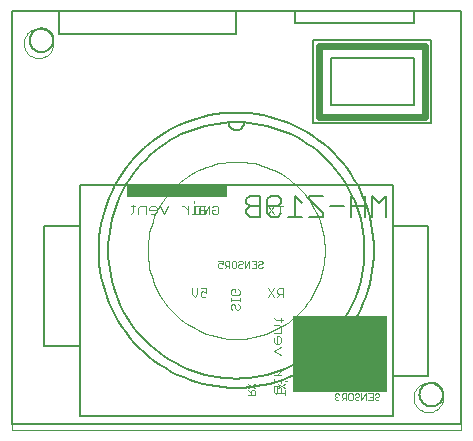
<source format=gbo>
G75*
G70*
%OFA0B0*%
%FSLAX24Y24*%
%IPPOS*%
%LPD*%
%AMOC8*
5,1,8,0,0,1.08239X$1,22.5*
%
%ADD10C,0.0000*%
%ADD11C,0.0020*%
%ADD12C,0.0050*%
%ADD13C,0.0236*%
%ADD14R,0.3150X0.2559*%
%ADD15R,0.3346X0.0394*%
%ADD16C,0.0030*%
%ADD17C,0.0060*%
%ADD18C,0.0039*%
D10*
X000160Y000160D02*
X000160Y014136D01*
X015121Y014136D01*
X015121Y000160D01*
X000160Y000160D01*
X000559Y013069D02*
X000561Y013113D01*
X000567Y013157D01*
X000577Y013200D01*
X000590Y013242D01*
X000608Y013282D01*
X000629Y013321D01*
X000653Y013358D01*
X000680Y013393D01*
X000711Y013425D01*
X000744Y013454D01*
X000780Y013480D01*
X000818Y013502D01*
X000858Y013521D01*
X000899Y013537D01*
X000942Y013549D01*
X000985Y013557D01*
X001029Y013561D01*
X001073Y013561D01*
X001117Y013557D01*
X001160Y013549D01*
X001203Y013537D01*
X001244Y013521D01*
X001284Y013502D01*
X001322Y013480D01*
X001358Y013454D01*
X001391Y013425D01*
X001422Y013393D01*
X001449Y013358D01*
X001473Y013321D01*
X001494Y013282D01*
X001512Y013242D01*
X001525Y013200D01*
X001535Y013157D01*
X001541Y013113D01*
X001543Y013069D01*
X001541Y013025D01*
X001535Y012981D01*
X001525Y012938D01*
X001512Y012896D01*
X001494Y012856D01*
X001473Y012817D01*
X001449Y012780D01*
X001422Y012745D01*
X001391Y012713D01*
X001358Y012684D01*
X001322Y012658D01*
X001284Y012636D01*
X001244Y012617D01*
X001203Y012601D01*
X001160Y012589D01*
X001117Y012581D01*
X001073Y012577D01*
X001029Y012577D01*
X000985Y012581D01*
X000942Y012589D01*
X000899Y012601D01*
X000858Y012617D01*
X000818Y012636D01*
X000780Y012658D01*
X000744Y012684D01*
X000711Y012713D01*
X000680Y012745D01*
X000653Y012780D01*
X000629Y012817D01*
X000608Y012856D01*
X000590Y012896D01*
X000577Y012938D01*
X000567Y012981D01*
X000561Y013025D01*
X000559Y013069D01*
X013549Y001259D02*
X013551Y001303D01*
X013557Y001347D01*
X013567Y001390D01*
X013580Y001432D01*
X013598Y001472D01*
X013619Y001511D01*
X013643Y001548D01*
X013670Y001583D01*
X013701Y001615D01*
X013734Y001644D01*
X013770Y001670D01*
X013808Y001692D01*
X013848Y001711D01*
X013889Y001727D01*
X013932Y001739D01*
X013975Y001747D01*
X014019Y001751D01*
X014063Y001751D01*
X014107Y001747D01*
X014150Y001739D01*
X014193Y001727D01*
X014234Y001711D01*
X014274Y001692D01*
X014312Y001670D01*
X014348Y001644D01*
X014381Y001615D01*
X014412Y001583D01*
X014439Y001548D01*
X014463Y001511D01*
X014484Y001472D01*
X014502Y001432D01*
X014515Y001390D01*
X014525Y001347D01*
X014531Y001303D01*
X014533Y001259D01*
X014531Y001215D01*
X014525Y001171D01*
X014515Y001128D01*
X014502Y001086D01*
X014484Y001046D01*
X014463Y001007D01*
X014439Y000970D01*
X014412Y000935D01*
X014381Y000903D01*
X014348Y000874D01*
X014312Y000848D01*
X014274Y000826D01*
X014234Y000807D01*
X014193Y000791D01*
X014150Y000779D01*
X014107Y000771D01*
X014063Y000767D01*
X014019Y000767D01*
X013975Y000771D01*
X013932Y000779D01*
X013889Y000791D01*
X013848Y000807D01*
X013808Y000826D01*
X013770Y000848D01*
X013734Y000874D01*
X013701Y000903D01*
X013670Y000935D01*
X013643Y000970D01*
X013619Y001007D01*
X013598Y001046D01*
X013580Y001086D01*
X013567Y001128D01*
X013557Y001171D01*
X013551Y001215D01*
X013549Y001259D01*
D11*
X012402Y001213D02*
X012365Y001176D01*
X012292Y001176D01*
X012255Y001213D01*
X012255Y001249D01*
X012292Y001286D01*
X012365Y001286D01*
X012402Y001323D01*
X012402Y001359D01*
X012365Y001396D01*
X012292Y001396D01*
X012255Y001359D01*
X012181Y001396D02*
X012181Y001176D01*
X012034Y001176D01*
X011960Y001176D02*
X011960Y001396D01*
X011813Y001176D01*
X011813Y001396D01*
X011739Y001359D02*
X011739Y001323D01*
X011702Y001286D01*
X011629Y001286D01*
X011592Y001249D01*
X011592Y001213D01*
X011629Y001176D01*
X011702Y001176D01*
X011739Y001213D01*
X011739Y001359D02*
X011702Y001396D01*
X011629Y001396D01*
X011592Y001359D01*
X011518Y001359D02*
X011518Y001213D01*
X011481Y001176D01*
X011408Y001176D01*
X011371Y001213D01*
X011371Y001359D01*
X011408Y001396D01*
X011481Y001396D01*
X011518Y001359D01*
X011297Y001396D02*
X011297Y001176D01*
X011297Y001249D02*
X011187Y001249D01*
X011150Y001286D01*
X011150Y001359D01*
X011187Y001396D01*
X011297Y001396D01*
X011224Y001249D02*
X011150Y001176D01*
X011076Y001213D02*
X011039Y001176D01*
X010966Y001176D01*
X010929Y001213D01*
X010929Y001249D01*
X010966Y001286D01*
X011003Y001286D01*
X010966Y001286D02*
X010929Y001323D01*
X010929Y001359D01*
X010966Y001396D01*
X011039Y001396D01*
X011076Y001359D01*
X012034Y001396D02*
X012181Y001396D01*
X012181Y001286D02*
X012108Y001286D01*
X009248Y001351D02*
X009248Y001498D01*
X009248Y001424D02*
X009028Y001424D01*
X009028Y001572D02*
X009248Y001719D01*
X009248Y001572D02*
X009028Y001719D01*
X008264Y001719D02*
X008044Y001572D01*
X008044Y001498D02*
X008117Y001424D01*
X008117Y001461D02*
X008117Y001351D01*
X008044Y001351D02*
X008264Y001351D01*
X008264Y001461D01*
X008228Y001498D01*
X008154Y001498D01*
X008117Y001461D01*
X008264Y001572D02*
X008044Y001719D01*
X008074Y005583D02*
X008074Y005804D01*
X007927Y005583D01*
X007927Y005804D01*
X007853Y005767D02*
X007853Y005730D01*
X007816Y005693D01*
X007743Y005693D01*
X007706Y005657D01*
X007706Y005620D01*
X007743Y005583D01*
X007816Y005583D01*
X007853Y005620D01*
X007853Y005767D02*
X007816Y005804D01*
X007743Y005804D01*
X007706Y005767D01*
X007632Y005767D02*
X007632Y005620D01*
X007595Y005583D01*
X007522Y005583D01*
X007485Y005620D01*
X007485Y005767D01*
X007522Y005804D01*
X007595Y005804D01*
X007632Y005767D01*
X007411Y005804D02*
X007411Y005583D01*
X007411Y005657D02*
X007301Y005657D01*
X007264Y005693D01*
X007264Y005767D01*
X007301Y005804D01*
X007411Y005804D01*
X007338Y005657D02*
X007264Y005583D01*
X007190Y005620D02*
X007154Y005583D01*
X007080Y005583D01*
X007043Y005620D01*
X007043Y005693D01*
X007080Y005730D01*
X007117Y005730D01*
X007190Y005693D01*
X007190Y005804D01*
X007043Y005804D01*
X008148Y005804D02*
X008295Y005804D01*
X008295Y005583D01*
X008148Y005583D01*
X008222Y005693D02*
X008295Y005693D01*
X008369Y005657D02*
X008369Y005620D01*
X008406Y005583D01*
X008479Y005583D01*
X008516Y005620D01*
X008479Y005693D02*
X008406Y005693D01*
X008369Y005657D01*
X008369Y005767D02*
X008406Y005804D01*
X008479Y005804D01*
X008516Y005767D01*
X008516Y005730D01*
X008479Y005693D01*
D12*
X003368Y006164D02*
X003373Y006374D01*
X003389Y006583D01*
X003414Y006791D01*
X003450Y006997D01*
X003496Y007202D01*
X003552Y007404D01*
X003618Y007603D01*
X003693Y007799D01*
X003778Y007991D01*
X003872Y008178D01*
X003976Y008360D01*
X004088Y008537D01*
X004209Y008709D01*
X004338Y008874D01*
X004475Y009033D01*
X004619Y009185D01*
X004771Y009329D01*
X004930Y009466D01*
X005095Y009595D01*
X005267Y009716D01*
X005444Y009828D01*
X005626Y009932D01*
X005813Y010026D01*
X006005Y010111D01*
X006201Y010186D01*
X006400Y010252D01*
X006602Y010308D01*
X006807Y010354D01*
X007013Y010390D01*
X007221Y010415D01*
X007430Y010431D01*
X007640Y010436D01*
X007850Y010431D01*
X008059Y010415D01*
X008267Y010390D01*
X008473Y010354D01*
X008678Y010308D01*
X008880Y010252D01*
X009079Y010186D01*
X009275Y010111D01*
X009467Y010026D01*
X009654Y009932D01*
X009836Y009828D01*
X010013Y009716D01*
X010185Y009595D01*
X010350Y009466D01*
X010509Y009329D01*
X010661Y009185D01*
X010805Y009033D01*
X010942Y008874D01*
X011071Y008709D01*
X011192Y008537D01*
X011304Y008360D01*
X011408Y008178D01*
X011502Y007991D01*
X011587Y007799D01*
X011662Y007603D01*
X011728Y007404D01*
X011784Y007202D01*
X011830Y006997D01*
X011866Y006791D01*
X011891Y006583D01*
X011907Y006374D01*
X011912Y006164D01*
X011907Y005954D01*
X011891Y005745D01*
X011866Y005537D01*
X011830Y005331D01*
X011784Y005126D01*
X011728Y004924D01*
X011662Y004725D01*
X011587Y004529D01*
X011502Y004337D01*
X011408Y004150D01*
X011304Y003968D01*
X011192Y003791D01*
X011071Y003619D01*
X010942Y003454D01*
X010805Y003295D01*
X010661Y003143D01*
X010509Y002999D01*
X010350Y002862D01*
X010185Y002733D01*
X010013Y002612D01*
X009836Y002500D01*
X009654Y002396D01*
X009467Y002302D01*
X009275Y002217D01*
X009079Y002142D01*
X008880Y002076D01*
X008678Y002020D01*
X008473Y001974D01*
X008267Y001938D01*
X008059Y001913D01*
X007850Y001897D01*
X007640Y001892D01*
X007430Y001897D01*
X007221Y001913D01*
X007013Y001938D01*
X006807Y001974D01*
X006602Y002020D01*
X006400Y002076D01*
X006201Y002142D01*
X006005Y002217D01*
X005813Y002302D01*
X005626Y002396D01*
X005444Y002500D01*
X005267Y002612D01*
X005095Y002733D01*
X004930Y002862D01*
X004771Y002999D01*
X004619Y003143D01*
X004475Y003295D01*
X004338Y003454D01*
X004209Y003619D01*
X004088Y003791D01*
X003976Y003968D01*
X003872Y004150D01*
X003778Y004337D01*
X003693Y004529D01*
X003618Y004725D01*
X003552Y004924D01*
X003496Y005126D01*
X003450Y005331D01*
X003414Y005537D01*
X003389Y005745D01*
X003373Y005954D01*
X003368Y006164D01*
X002424Y006987D02*
X001227Y006987D01*
X001227Y002991D01*
X002412Y002991D01*
X002424Y000652D02*
X002424Y006987D01*
X002424Y008329D01*
X012857Y008329D01*
X012857Y006991D01*
X014034Y006991D01*
X014034Y001991D01*
X012861Y001991D01*
X013746Y001357D02*
X013748Y001396D01*
X013754Y001435D01*
X013764Y001473D01*
X013777Y001510D01*
X013794Y001545D01*
X013814Y001579D01*
X013838Y001610D01*
X013865Y001639D01*
X013894Y001665D01*
X013926Y001688D01*
X013960Y001708D01*
X013996Y001724D01*
X014033Y001736D01*
X014072Y001745D01*
X014111Y001750D01*
X014150Y001751D01*
X014189Y001748D01*
X014228Y001741D01*
X014265Y001730D01*
X014302Y001716D01*
X014337Y001698D01*
X014370Y001677D01*
X014401Y001652D01*
X014429Y001625D01*
X014454Y001595D01*
X014476Y001562D01*
X014495Y001528D01*
X014510Y001492D01*
X014522Y001454D01*
X014530Y001416D01*
X014534Y001377D01*
X014534Y001337D01*
X014530Y001298D01*
X014522Y001260D01*
X014510Y001222D01*
X014495Y001186D01*
X014476Y001152D01*
X014454Y001119D01*
X014429Y001089D01*
X014401Y001062D01*
X014370Y001037D01*
X014337Y001016D01*
X014302Y000998D01*
X014265Y000984D01*
X014228Y000973D01*
X014189Y000966D01*
X014150Y000963D01*
X014111Y000964D01*
X014072Y000969D01*
X014033Y000978D01*
X013996Y000990D01*
X013960Y001006D01*
X013926Y001026D01*
X013894Y001049D01*
X013865Y001075D01*
X013838Y001104D01*
X013814Y001135D01*
X013794Y001169D01*
X013777Y001204D01*
X013764Y001241D01*
X013754Y001279D01*
X013748Y001318D01*
X013746Y001357D01*
X012857Y000652D02*
X012857Y006991D01*
X014140Y010412D02*
X010203Y010412D01*
X010203Y013168D01*
X014140Y013168D01*
X014140Y010412D01*
X013550Y011003D02*
X013550Y012577D01*
X010794Y012577D01*
X010794Y011003D01*
X013550Y011003D01*
X013550Y013758D02*
X009613Y013758D01*
X009613Y014152D01*
X007644Y014152D02*
X007644Y013365D01*
X001739Y013365D01*
X001739Y014152D01*
X000754Y013168D02*
X000756Y013207D01*
X000762Y013246D01*
X000772Y013284D01*
X000785Y013321D01*
X000802Y013356D01*
X000822Y013390D01*
X000846Y013421D01*
X000873Y013450D01*
X000902Y013476D01*
X000934Y013499D01*
X000968Y013519D01*
X001004Y013535D01*
X001041Y013547D01*
X001080Y013556D01*
X001119Y013561D01*
X001158Y013562D01*
X001197Y013559D01*
X001236Y013552D01*
X001273Y013541D01*
X001310Y013527D01*
X001345Y013509D01*
X001378Y013488D01*
X001409Y013463D01*
X001437Y013436D01*
X001462Y013406D01*
X001484Y013373D01*
X001503Y013339D01*
X001518Y013303D01*
X001530Y013265D01*
X001538Y013227D01*
X001542Y013188D01*
X001542Y013148D01*
X001538Y013109D01*
X001530Y013071D01*
X001518Y013033D01*
X001503Y012997D01*
X001484Y012963D01*
X001462Y012930D01*
X001437Y012900D01*
X001409Y012873D01*
X001378Y012848D01*
X001345Y012827D01*
X001310Y012809D01*
X001273Y012795D01*
X001236Y012784D01*
X001197Y012777D01*
X001158Y012774D01*
X001119Y012775D01*
X001080Y012780D01*
X001041Y012789D01*
X001004Y012801D01*
X000968Y012817D01*
X000934Y012837D01*
X000902Y012860D01*
X000873Y012886D01*
X000846Y012915D01*
X000822Y012946D01*
X000802Y012980D01*
X000785Y013015D01*
X000772Y013052D01*
X000762Y013090D01*
X000756Y013129D01*
X000754Y013168D01*
X000164Y014152D02*
X000164Y000373D01*
X015125Y000373D01*
X015125Y014152D01*
X007644Y014152D01*
X000164Y014152D01*
X007390Y010414D02*
X007392Y010384D01*
X007397Y010354D01*
X007406Y010325D01*
X007419Y010298D01*
X007434Y010272D01*
X007453Y010248D01*
X007474Y010227D01*
X007498Y010208D01*
X007524Y010193D01*
X007551Y010180D01*
X007580Y010171D01*
X007610Y010166D01*
X007640Y010164D01*
X007670Y010166D01*
X007700Y010171D01*
X007729Y010180D01*
X007756Y010193D01*
X007782Y010208D01*
X007806Y010227D01*
X007827Y010248D01*
X007846Y010272D01*
X007861Y010298D01*
X007874Y010325D01*
X007883Y010354D01*
X007888Y010384D01*
X007890Y010414D01*
X003053Y006164D02*
X003059Y006389D01*
X003075Y006614D01*
X003103Y006837D01*
X003141Y007059D01*
X003190Y007279D01*
X003251Y007496D01*
X003321Y007709D01*
X003402Y007919D01*
X003493Y008125D01*
X003595Y008326D01*
X003706Y008522D01*
X003826Y008712D01*
X003956Y008896D01*
X004094Y009074D01*
X004241Y009244D01*
X004397Y009407D01*
X004560Y009563D01*
X004730Y009710D01*
X004908Y009848D01*
X005092Y009978D01*
X005282Y010098D01*
X005478Y010209D01*
X005679Y010311D01*
X005885Y010402D01*
X006095Y010483D01*
X006308Y010553D01*
X006525Y010614D01*
X006745Y010663D01*
X006967Y010701D01*
X007190Y010729D01*
X007415Y010745D01*
X007640Y010751D01*
X007865Y010745D01*
X008090Y010729D01*
X008313Y010701D01*
X008535Y010663D01*
X008755Y010614D01*
X008972Y010553D01*
X009185Y010483D01*
X009395Y010402D01*
X009601Y010311D01*
X009802Y010209D01*
X009998Y010098D01*
X010188Y009978D01*
X010372Y009848D01*
X010550Y009710D01*
X010720Y009563D01*
X010883Y009407D01*
X011039Y009244D01*
X011186Y009074D01*
X011324Y008896D01*
X011454Y008712D01*
X011574Y008522D01*
X011685Y008326D01*
X011787Y008125D01*
X011878Y007919D01*
X011959Y007709D01*
X012029Y007496D01*
X012090Y007279D01*
X012139Y007059D01*
X012177Y006837D01*
X012205Y006614D01*
X012221Y006389D01*
X012227Y006164D01*
X012221Y005939D01*
X012205Y005714D01*
X012177Y005491D01*
X012139Y005269D01*
X012090Y005049D01*
X012029Y004832D01*
X011959Y004619D01*
X011878Y004409D01*
X011787Y004203D01*
X011685Y004002D01*
X011574Y003806D01*
X011454Y003616D01*
X011324Y003432D01*
X011186Y003254D01*
X011039Y003084D01*
X010883Y002921D01*
X010720Y002765D01*
X010550Y002618D01*
X010372Y002480D01*
X010188Y002350D01*
X009998Y002230D01*
X009802Y002119D01*
X009601Y002017D01*
X009395Y001926D01*
X009185Y001845D01*
X008972Y001775D01*
X008755Y001714D01*
X008535Y001665D01*
X008313Y001627D01*
X008090Y001599D01*
X007865Y001583D01*
X007640Y001577D01*
X007415Y001583D01*
X007190Y001599D01*
X006967Y001627D01*
X006745Y001665D01*
X006525Y001714D01*
X006308Y001775D01*
X006095Y001845D01*
X005885Y001926D01*
X005679Y002017D01*
X005478Y002119D01*
X005282Y002230D01*
X005092Y002350D01*
X004908Y002480D01*
X004730Y002618D01*
X004560Y002765D01*
X004397Y002921D01*
X004241Y003084D01*
X004094Y003254D01*
X003956Y003432D01*
X003826Y003616D01*
X003706Y003806D01*
X003595Y004002D01*
X003493Y004203D01*
X003402Y004409D01*
X003321Y004619D01*
X003251Y004832D01*
X003190Y005049D01*
X003141Y005269D01*
X003103Y005491D01*
X003075Y005714D01*
X003059Y005939D01*
X003053Y006164D01*
X002424Y000652D02*
X012857Y000652D01*
X013550Y013758D02*
X013550Y014152D01*
D13*
X013943Y012971D02*
X013943Y010609D01*
X010400Y010609D01*
X010400Y012971D01*
X013943Y012971D01*
D14*
X011085Y002719D03*
D15*
X005672Y008132D03*
D16*
X005846Y007626D02*
X005908Y007626D01*
X006031Y007503D01*
X006031Y007626D02*
X006031Y007379D01*
X006153Y007379D02*
X006277Y007379D01*
X006300Y007360D02*
X006252Y007408D01*
X006252Y007602D01*
X006300Y007650D01*
X006445Y007650D01*
X006445Y007360D01*
X006300Y007360D01*
X006215Y007379D02*
X006215Y007626D01*
X006277Y007626D01*
X006398Y007564D02*
X006398Y007379D01*
X006583Y007379D01*
X006645Y007441D01*
X006583Y007503D01*
X006398Y007503D01*
X006398Y007564D02*
X006460Y007626D01*
X006583Y007626D01*
X006547Y007650D02*
X006547Y007360D01*
X006740Y007650D01*
X006740Y007360D01*
X006841Y007408D02*
X006841Y007505D01*
X006938Y007505D01*
X006841Y007408D02*
X006890Y007360D01*
X006986Y007360D01*
X007035Y007408D01*
X007035Y007602D01*
X006986Y007650D01*
X006890Y007650D01*
X006841Y007602D01*
X006215Y007750D02*
X006215Y007811D01*
X005356Y007626D02*
X005232Y007379D01*
X005109Y007626D01*
X004987Y007564D02*
X004926Y007626D01*
X004802Y007626D01*
X004741Y007564D01*
X004741Y007503D01*
X004987Y007503D01*
X004987Y007564D02*
X004987Y007441D01*
X004926Y007379D01*
X004802Y007379D01*
X004619Y007379D02*
X004619Y007626D01*
X004434Y007626D01*
X004372Y007564D01*
X004372Y007379D01*
X004189Y007441D02*
X004127Y007379D01*
X004189Y007441D02*
X004189Y007688D01*
X004251Y007626D02*
X004127Y007626D01*
X006153Y004894D02*
X006153Y004701D01*
X006250Y004604D01*
X006346Y004701D01*
X006346Y004894D01*
X006448Y004894D02*
X006641Y004894D01*
X006641Y004749D01*
X006544Y004798D01*
X006496Y004798D01*
X006448Y004749D01*
X006448Y004653D01*
X006496Y004604D01*
X006593Y004604D01*
X006641Y004653D01*
X007458Y004718D02*
X007458Y004815D01*
X007507Y004864D01*
X007604Y004864D01*
X007604Y004767D01*
X007700Y004864D02*
X007749Y004815D01*
X007749Y004718D01*
X007700Y004670D01*
X007507Y004670D01*
X007458Y004718D01*
X007458Y004570D02*
X007458Y004474D01*
X007458Y004522D02*
X007749Y004522D01*
X007749Y004474D02*
X007749Y004570D01*
X007700Y004372D02*
X007749Y004324D01*
X007749Y004227D01*
X007700Y004179D01*
X007652Y004179D01*
X007604Y004227D01*
X007604Y004324D01*
X007555Y004372D01*
X007507Y004372D01*
X007458Y004324D01*
X007458Y004227D01*
X007507Y004179D01*
X008712Y004604D02*
X008905Y004894D01*
X009007Y004846D02*
X009007Y004749D01*
X009055Y004701D01*
X009200Y004701D01*
X009103Y004701D02*
X009007Y004604D01*
X008905Y004604D02*
X008712Y004894D01*
X009007Y004846D02*
X009055Y004894D01*
X009200Y004894D01*
X009200Y004604D01*
X009132Y003907D02*
X009132Y003784D01*
X009194Y003846D02*
X008947Y003846D01*
X008885Y003907D01*
X008885Y003662D02*
X009070Y003662D01*
X009132Y003601D01*
X009132Y003415D01*
X008885Y003415D01*
X009009Y003294D02*
X009009Y003047D01*
X009070Y003047D02*
X008947Y003047D01*
X008885Y003109D01*
X008885Y003232D01*
X009009Y003294D02*
X009070Y003294D01*
X009132Y003232D01*
X009132Y003109D01*
X009070Y003047D01*
X009132Y002926D02*
X008885Y002802D01*
X009132Y002679D01*
X009132Y002189D02*
X009132Y002127D01*
X009009Y002004D01*
X009132Y002004D02*
X008885Y002004D01*
X008885Y001881D02*
X008885Y001758D01*
X008885Y001820D02*
X009132Y001820D01*
X009132Y001758D01*
X009070Y001637D02*
X008885Y001637D01*
X008885Y001451D01*
X008947Y001390D01*
X009009Y001451D01*
X009009Y001637D01*
X009070Y001637D02*
X009132Y001575D01*
X009132Y001451D01*
X009256Y001820D02*
X009317Y001820D01*
X009103Y007360D02*
X009103Y007650D01*
X009007Y007650D02*
X009200Y007650D01*
X008905Y007650D02*
X008712Y007360D01*
X008905Y007360D02*
X008712Y007650D01*
D17*
X008673Y007635D02*
X009023Y007635D01*
X009140Y007751D01*
X009140Y007868D01*
X009023Y007985D01*
X008790Y007985D01*
X008673Y007868D01*
X008673Y007401D01*
X008790Y007284D01*
X009023Y007284D01*
X009140Y007401D01*
X009373Y007284D02*
X009840Y007284D01*
X009606Y007284D02*
X009606Y007985D01*
X009840Y007751D01*
X010072Y007868D02*
X010072Y007985D01*
X010539Y007985D01*
X010772Y007635D02*
X011239Y007635D01*
X011472Y007635D02*
X011939Y007635D01*
X011939Y007985D02*
X011939Y007284D01*
X012172Y007284D02*
X012172Y007985D01*
X012405Y007751D01*
X012639Y007985D01*
X012639Y007284D01*
X011472Y007284D02*
X011472Y007985D01*
X010539Y007401D02*
X010539Y007284D01*
X010072Y007284D01*
X010539Y007401D02*
X010072Y007868D01*
X008440Y007985D02*
X008440Y007284D01*
X008090Y007284D01*
X007973Y007401D01*
X007973Y007518D01*
X008090Y007635D01*
X008440Y007635D01*
X008440Y007985D02*
X008090Y007985D01*
X007973Y007868D01*
X007973Y007751D01*
X008090Y007635D01*
D18*
X004687Y006164D02*
X004691Y006309D01*
X004701Y006453D01*
X004719Y006597D01*
X004744Y006740D01*
X004775Y006882D01*
X004814Y007021D01*
X004860Y007159D01*
X004912Y007294D01*
X004971Y007427D01*
X005036Y007556D01*
X005107Y007682D01*
X005185Y007805D01*
X005268Y007923D01*
X005357Y008037D01*
X005452Y008147D01*
X005552Y008252D01*
X005657Y008352D01*
X005767Y008447D01*
X005881Y008536D01*
X005999Y008619D01*
X006122Y008697D01*
X006248Y008768D01*
X006377Y008833D01*
X006510Y008892D01*
X006645Y008944D01*
X006783Y008990D01*
X006922Y009029D01*
X007064Y009060D01*
X007207Y009085D01*
X007351Y009103D01*
X007495Y009113D01*
X007640Y009117D01*
X007785Y009113D01*
X007929Y009103D01*
X008073Y009085D01*
X008216Y009060D01*
X008358Y009029D01*
X008497Y008990D01*
X008635Y008944D01*
X008770Y008892D01*
X008903Y008833D01*
X009032Y008768D01*
X009158Y008697D01*
X009281Y008619D01*
X009399Y008536D01*
X009513Y008447D01*
X009623Y008352D01*
X009728Y008252D01*
X009828Y008147D01*
X009923Y008037D01*
X010012Y007923D01*
X010095Y007805D01*
X010173Y007682D01*
X010244Y007556D01*
X010309Y007427D01*
X010368Y007294D01*
X010420Y007159D01*
X010466Y007021D01*
X010505Y006882D01*
X010536Y006740D01*
X010561Y006597D01*
X010579Y006453D01*
X010589Y006309D01*
X010593Y006164D01*
X010589Y006019D01*
X010579Y005875D01*
X010561Y005731D01*
X010536Y005588D01*
X010505Y005446D01*
X010466Y005307D01*
X010420Y005169D01*
X010368Y005034D01*
X010309Y004901D01*
X010244Y004772D01*
X010173Y004646D01*
X010095Y004523D01*
X010012Y004405D01*
X009923Y004291D01*
X009828Y004181D01*
X009728Y004076D01*
X009623Y003976D01*
X009513Y003881D01*
X009399Y003792D01*
X009281Y003709D01*
X009158Y003631D01*
X009032Y003560D01*
X008903Y003495D01*
X008770Y003436D01*
X008635Y003384D01*
X008497Y003338D01*
X008358Y003299D01*
X008216Y003268D01*
X008073Y003243D01*
X007929Y003225D01*
X007785Y003215D01*
X007640Y003211D01*
X007495Y003215D01*
X007351Y003225D01*
X007207Y003243D01*
X007064Y003268D01*
X006922Y003299D01*
X006783Y003338D01*
X006645Y003384D01*
X006510Y003436D01*
X006377Y003495D01*
X006248Y003560D01*
X006122Y003631D01*
X005999Y003709D01*
X005881Y003792D01*
X005767Y003881D01*
X005657Y003976D01*
X005552Y004076D01*
X005452Y004181D01*
X005357Y004291D01*
X005268Y004405D01*
X005185Y004523D01*
X005107Y004646D01*
X005036Y004772D01*
X004971Y004901D01*
X004912Y005034D01*
X004860Y005169D01*
X004814Y005307D01*
X004775Y005446D01*
X004744Y005588D01*
X004719Y005731D01*
X004701Y005875D01*
X004691Y006019D01*
X004687Y006164D01*
M02*

</source>
